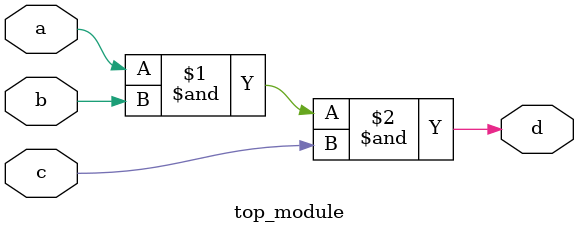
<source format=v>
`timescale 1ns/1ns
module top_module( 
    input a, 
    input b, 
    input c,
    output d );
assign d=a&b&c;
    
endmodule

</source>
